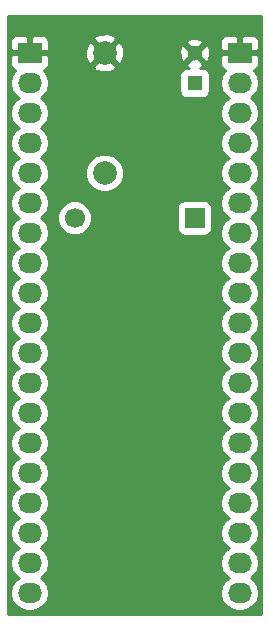
<source format=gbr>
G04 #@! TF.FileFunction,Copper,L2,Bot,Signal*
%FSLAX46Y46*%
G04 Gerber Fmt 4.6, Leading zero omitted, Abs format (unit mm)*
G04 Created by KiCad (PCBNEW 4.0.3+e1-6302~38~ubuntu16.04.1-stable) date Thu Aug 25 17:10:37 2016*
%MOMM*%
%LPD*%
G01*
G04 APERTURE LIST*
%ADD10C,0.100000*%
%ADD11R,1.300000X1.300000*%
%ADD12C,1.300000*%
%ADD13C,1.998980*%
%ADD14C,1.699260*%
%ADD15R,1.699260X1.699260*%
%ADD16R,2.032000X1.727200*%
%ADD17O,2.032000X1.727200*%
%ADD18C,0.254000*%
G04 APERTURE END LIST*
D10*
D11*
X144780000Y-107950000D03*
D12*
X144780000Y-105450000D03*
D13*
X137160000Y-115570000D03*
X137160000Y-105410000D03*
D14*
X134619480Y-119382540D03*
D15*
X144779480Y-119382540D03*
D16*
X148590000Y-105410000D03*
D17*
X148590000Y-107950000D03*
X148590000Y-110490000D03*
X148590000Y-113030000D03*
X148590000Y-115570000D03*
X148590000Y-118110000D03*
X148590000Y-120650000D03*
X148590000Y-123190000D03*
X148590000Y-125730000D03*
X148590000Y-128270000D03*
X148590000Y-130810000D03*
X148590000Y-133350000D03*
X148590000Y-135890000D03*
X148590000Y-138430000D03*
X148590000Y-140970000D03*
X148590000Y-143510000D03*
X148590000Y-146050000D03*
X148590000Y-148590000D03*
X148590000Y-151130000D03*
D16*
X130810000Y-105410000D03*
D17*
X130810000Y-107950000D03*
X130810000Y-110490000D03*
X130810000Y-113030000D03*
X130810000Y-115570000D03*
X130810000Y-118110000D03*
X130810000Y-120650000D03*
X130810000Y-123190000D03*
X130810000Y-125730000D03*
X130810000Y-128270000D03*
X130810000Y-130810000D03*
X130810000Y-133350000D03*
X130810000Y-135890000D03*
X130810000Y-138430000D03*
X130810000Y-140970000D03*
X130810000Y-143510000D03*
X130810000Y-146050000D03*
X130810000Y-148590000D03*
X130810000Y-151130000D03*
D18*
G36*
X150420000Y-152960000D02*
X128980000Y-152960000D01*
X128980000Y-107950000D01*
X129126655Y-107950000D01*
X129240729Y-108523489D01*
X129565585Y-109009670D01*
X129880366Y-109220000D01*
X129565585Y-109430330D01*
X129240729Y-109916511D01*
X129126655Y-110490000D01*
X129240729Y-111063489D01*
X129565585Y-111549670D01*
X129880366Y-111760000D01*
X129565585Y-111970330D01*
X129240729Y-112456511D01*
X129126655Y-113030000D01*
X129240729Y-113603489D01*
X129565585Y-114089670D01*
X129880366Y-114300000D01*
X129565585Y-114510330D01*
X129240729Y-114996511D01*
X129126655Y-115570000D01*
X129240729Y-116143489D01*
X129565585Y-116629670D01*
X129880366Y-116840000D01*
X129565585Y-117050330D01*
X129240729Y-117536511D01*
X129126655Y-118110000D01*
X129240729Y-118683489D01*
X129565585Y-119169670D01*
X129880366Y-119380000D01*
X129565585Y-119590330D01*
X129240729Y-120076511D01*
X129126655Y-120650000D01*
X129240729Y-121223489D01*
X129565585Y-121709670D01*
X129880366Y-121920000D01*
X129565585Y-122130330D01*
X129240729Y-122616511D01*
X129126655Y-123190000D01*
X129240729Y-123763489D01*
X129565585Y-124249670D01*
X129880366Y-124460000D01*
X129565585Y-124670330D01*
X129240729Y-125156511D01*
X129126655Y-125730000D01*
X129240729Y-126303489D01*
X129565585Y-126789670D01*
X129880366Y-127000000D01*
X129565585Y-127210330D01*
X129240729Y-127696511D01*
X129126655Y-128270000D01*
X129240729Y-128843489D01*
X129565585Y-129329670D01*
X129880366Y-129540000D01*
X129565585Y-129750330D01*
X129240729Y-130236511D01*
X129126655Y-130810000D01*
X129240729Y-131383489D01*
X129565585Y-131869670D01*
X129880366Y-132080000D01*
X129565585Y-132290330D01*
X129240729Y-132776511D01*
X129126655Y-133350000D01*
X129240729Y-133923489D01*
X129565585Y-134409670D01*
X129880366Y-134620000D01*
X129565585Y-134830330D01*
X129240729Y-135316511D01*
X129126655Y-135890000D01*
X129240729Y-136463489D01*
X129565585Y-136949670D01*
X129880366Y-137160000D01*
X129565585Y-137370330D01*
X129240729Y-137856511D01*
X129126655Y-138430000D01*
X129240729Y-139003489D01*
X129565585Y-139489670D01*
X129880366Y-139700000D01*
X129565585Y-139910330D01*
X129240729Y-140396511D01*
X129126655Y-140970000D01*
X129240729Y-141543489D01*
X129565585Y-142029670D01*
X129880366Y-142240000D01*
X129565585Y-142450330D01*
X129240729Y-142936511D01*
X129126655Y-143510000D01*
X129240729Y-144083489D01*
X129565585Y-144569670D01*
X129880366Y-144780000D01*
X129565585Y-144990330D01*
X129240729Y-145476511D01*
X129126655Y-146050000D01*
X129240729Y-146623489D01*
X129565585Y-147109670D01*
X129880366Y-147320000D01*
X129565585Y-147530330D01*
X129240729Y-148016511D01*
X129126655Y-148590000D01*
X129240729Y-149163489D01*
X129565585Y-149649670D01*
X129880366Y-149860000D01*
X129565585Y-150070330D01*
X129240729Y-150556511D01*
X129126655Y-151130000D01*
X129240729Y-151703489D01*
X129565585Y-152189670D01*
X130051766Y-152514526D01*
X130625255Y-152628600D01*
X130994745Y-152628600D01*
X131568234Y-152514526D01*
X132054415Y-152189670D01*
X132379271Y-151703489D01*
X132493345Y-151130000D01*
X132379271Y-150556511D01*
X132054415Y-150070330D01*
X131739634Y-149860000D01*
X132054415Y-149649670D01*
X132379271Y-149163489D01*
X132493345Y-148590000D01*
X132379271Y-148016511D01*
X132054415Y-147530330D01*
X131739634Y-147320000D01*
X132054415Y-147109670D01*
X132379271Y-146623489D01*
X132493345Y-146050000D01*
X132379271Y-145476511D01*
X132054415Y-144990330D01*
X131739634Y-144780000D01*
X132054415Y-144569670D01*
X132379271Y-144083489D01*
X132493345Y-143510000D01*
X132379271Y-142936511D01*
X132054415Y-142450330D01*
X131739634Y-142240000D01*
X132054415Y-142029670D01*
X132379271Y-141543489D01*
X132493345Y-140970000D01*
X132379271Y-140396511D01*
X132054415Y-139910330D01*
X131739634Y-139700000D01*
X132054415Y-139489670D01*
X132379271Y-139003489D01*
X132493345Y-138430000D01*
X132379271Y-137856511D01*
X132054415Y-137370330D01*
X131739634Y-137160000D01*
X132054415Y-136949670D01*
X132379271Y-136463489D01*
X132493345Y-135890000D01*
X132379271Y-135316511D01*
X132054415Y-134830330D01*
X131739634Y-134620000D01*
X132054415Y-134409670D01*
X132379271Y-133923489D01*
X132493345Y-133350000D01*
X132379271Y-132776511D01*
X132054415Y-132290330D01*
X131739634Y-132080000D01*
X132054415Y-131869670D01*
X132379271Y-131383489D01*
X132493345Y-130810000D01*
X132379271Y-130236511D01*
X132054415Y-129750330D01*
X131739634Y-129540000D01*
X132054415Y-129329670D01*
X132379271Y-128843489D01*
X132493345Y-128270000D01*
X132379271Y-127696511D01*
X132054415Y-127210330D01*
X131739634Y-127000000D01*
X132054415Y-126789670D01*
X132379271Y-126303489D01*
X132493345Y-125730000D01*
X132379271Y-125156511D01*
X132054415Y-124670330D01*
X131739634Y-124460000D01*
X132054415Y-124249670D01*
X132379271Y-123763489D01*
X132493345Y-123190000D01*
X132379271Y-122616511D01*
X132054415Y-122130330D01*
X131739634Y-121920000D01*
X132054415Y-121709670D01*
X132379271Y-121223489D01*
X132493345Y-120650000D01*
X132379271Y-120076511D01*
X132112030Y-119676556D01*
X133134592Y-119676556D01*
X133360138Y-120222417D01*
X133777406Y-120640414D01*
X134322873Y-120866912D01*
X134913496Y-120867428D01*
X135459357Y-120641882D01*
X135877354Y-120224614D01*
X136103852Y-119679147D01*
X136104368Y-119088524D01*
X135878822Y-118542663D01*
X135869087Y-118532910D01*
X143282410Y-118532910D01*
X143282410Y-120232170D01*
X143326688Y-120467487D01*
X143465760Y-120683611D01*
X143677960Y-120828601D01*
X143929850Y-120879610D01*
X145629110Y-120879610D01*
X145864427Y-120835332D01*
X146080551Y-120696260D01*
X146225541Y-120484060D01*
X146276550Y-120232170D01*
X146276550Y-118532910D01*
X146232272Y-118297593D01*
X146093200Y-118081469D01*
X145881000Y-117936479D01*
X145629110Y-117885470D01*
X143929850Y-117885470D01*
X143694533Y-117929748D01*
X143478409Y-118068820D01*
X143333419Y-118281020D01*
X143282410Y-118532910D01*
X135869087Y-118532910D01*
X135461554Y-118124666D01*
X134916087Y-117898168D01*
X134325464Y-117897652D01*
X133779603Y-118123198D01*
X133361606Y-118540466D01*
X133135108Y-119085933D01*
X133134592Y-119676556D01*
X132112030Y-119676556D01*
X132054415Y-119590330D01*
X131739634Y-119380000D01*
X132054415Y-119169670D01*
X132379271Y-118683489D01*
X132493345Y-118110000D01*
X132379271Y-117536511D01*
X132054415Y-117050330D01*
X131739634Y-116840000D01*
X132054415Y-116629670D01*
X132379271Y-116143489D01*
X132428958Y-115893694D01*
X135525226Y-115893694D01*
X135773538Y-116494655D01*
X136232927Y-116954846D01*
X136833453Y-117204206D01*
X137483694Y-117204774D01*
X138084655Y-116956462D01*
X138544846Y-116497073D01*
X138794206Y-115896547D01*
X138794774Y-115246306D01*
X138546462Y-114645345D01*
X138087073Y-114185154D01*
X137486547Y-113935794D01*
X136836306Y-113935226D01*
X136235345Y-114183538D01*
X135775154Y-114642927D01*
X135525794Y-115243453D01*
X135525226Y-115893694D01*
X132428958Y-115893694D01*
X132493345Y-115570000D01*
X132379271Y-114996511D01*
X132054415Y-114510330D01*
X131739634Y-114300000D01*
X132054415Y-114089670D01*
X132379271Y-113603489D01*
X132493345Y-113030000D01*
X132379271Y-112456511D01*
X132054415Y-111970330D01*
X131739634Y-111760000D01*
X132054415Y-111549670D01*
X132379271Y-111063489D01*
X132493345Y-110490000D01*
X132379271Y-109916511D01*
X132054415Y-109430330D01*
X131739634Y-109220000D01*
X132054415Y-109009670D01*
X132379271Y-108523489D01*
X132493345Y-107950000D01*
X132379271Y-107376511D01*
X132328148Y-107300000D01*
X143482560Y-107300000D01*
X143482560Y-108600000D01*
X143526838Y-108835317D01*
X143665910Y-109051441D01*
X143878110Y-109196431D01*
X144130000Y-109247440D01*
X145430000Y-109247440D01*
X145665317Y-109203162D01*
X145881441Y-109064090D01*
X146026431Y-108851890D01*
X146077440Y-108600000D01*
X146077440Y-107950000D01*
X146906655Y-107950000D01*
X147020729Y-108523489D01*
X147345585Y-109009670D01*
X147660366Y-109220000D01*
X147345585Y-109430330D01*
X147020729Y-109916511D01*
X146906655Y-110490000D01*
X147020729Y-111063489D01*
X147345585Y-111549670D01*
X147660366Y-111760000D01*
X147345585Y-111970330D01*
X147020729Y-112456511D01*
X146906655Y-113030000D01*
X147020729Y-113603489D01*
X147345585Y-114089670D01*
X147660366Y-114300000D01*
X147345585Y-114510330D01*
X147020729Y-114996511D01*
X146906655Y-115570000D01*
X147020729Y-116143489D01*
X147345585Y-116629670D01*
X147660366Y-116840000D01*
X147345585Y-117050330D01*
X147020729Y-117536511D01*
X146906655Y-118110000D01*
X147020729Y-118683489D01*
X147345585Y-119169670D01*
X147660366Y-119380000D01*
X147345585Y-119590330D01*
X147020729Y-120076511D01*
X146906655Y-120650000D01*
X147020729Y-121223489D01*
X147345585Y-121709670D01*
X147660366Y-121920000D01*
X147345585Y-122130330D01*
X147020729Y-122616511D01*
X146906655Y-123190000D01*
X147020729Y-123763489D01*
X147345585Y-124249670D01*
X147660366Y-124460000D01*
X147345585Y-124670330D01*
X147020729Y-125156511D01*
X146906655Y-125730000D01*
X147020729Y-126303489D01*
X147345585Y-126789670D01*
X147660366Y-127000000D01*
X147345585Y-127210330D01*
X147020729Y-127696511D01*
X146906655Y-128270000D01*
X147020729Y-128843489D01*
X147345585Y-129329670D01*
X147660366Y-129540000D01*
X147345585Y-129750330D01*
X147020729Y-130236511D01*
X146906655Y-130810000D01*
X147020729Y-131383489D01*
X147345585Y-131869670D01*
X147660366Y-132080000D01*
X147345585Y-132290330D01*
X147020729Y-132776511D01*
X146906655Y-133350000D01*
X147020729Y-133923489D01*
X147345585Y-134409670D01*
X147660366Y-134620000D01*
X147345585Y-134830330D01*
X147020729Y-135316511D01*
X146906655Y-135890000D01*
X147020729Y-136463489D01*
X147345585Y-136949670D01*
X147660366Y-137160000D01*
X147345585Y-137370330D01*
X147020729Y-137856511D01*
X146906655Y-138430000D01*
X147020729Y-139003489D01*
X147345585Y-139489670D01*
X147660366Y-139700000D01*
X147345585Y-139910330D01*
X147020729Y-140396511D01*
X146906655Y-140970000D01*
X147020729Y-141543489D01*
X147345585Y-142029670D01*
X147660366Y-142240000D01*
X147345585Y-142450330D01*
X147020729Y-142936511D01*
X146906655Y-143510000D01*
X147020729Y-144083489D01*
X147345585Y-144569670D01*
X147660366Y-144780000D01*
X147345585Y-144990330D01*
X147020729Y-145476511D01*
X146906655Y-146050000D01*
X147020729Y-146623489D01*
X147345585Y-147109670D01*
X147660366Y-147320000D01*
X147345585Y-147530330D01*
X147020729Y-148016511D01*
X146906655Y-148590000D01*
X147020729Y-149163489D01*
X147345585Y-149649670D01*
X147660366Y-149860000D01*
X147345585Y-150070330D01*
X147020729Y-150556511D01*
X146906655Y-151130000D01*
X147020729Y-151703489D01*
X147345585Y-152189670D01*
X147831766Y-152514526D01*
X148405255Y-152628600D01*
X148774745Y-152628600D01*
X149348234Y-152514526D01*
X149834415Y-152189670D01*
X150159271Y-151703489D01*
X150273345Y-151130000D01*
X150159271Y-150556511D01*
X149834415Y-150070330D01*
X149519634Y-149860000D01*
X149834415Y-149649670D01*
X150159271Y-149163489D01*
X150273345Y-148590000D01*
X150159271Y-148016511D01*
X149834415Y-147530330D01*
X149519634Y-147320000D01*
X149834415Y-147109670D01*
X150159271Y-146623489D01*
X150273345Y-146050000D01*
X150159271Y-145476511D01*
X149834415Y-144990330D01*
X149519634Y-144780000D01*
X149834415Y-144569670D01*
X150159271Y-144083489D01*
X150273345Y-143510000D01*
X150159271Y-142936511D01*
X149834415Y-142450330D01*
X149519634Y-142240000D01*
X149834415Y-142029670D01*
X150159271Y-141543489D01*
X150273345Y-140970000D01*
X150159271Y-140396511D01*
X149834415Y-139910330D01*
X149519634Y-139700000D01*
X149834415Y-139489670D01*
X150159271Y-139003489D01*
X150273345Y-138430000D01*
X150159271Y-137856511D01*
X149834415Y-137370330D01*
X149519634Y-137160000D01*
X149834415Y-136949670D01*
X150159271Y-136463489D01*
X150273345Y-135890000D01*
X150159271Y-135316511D01*
X149834415Y-134830330D01*
X149519634Y-134620000D01*
X149834415Y-134409670D01*
X150159271Y-133923489D01*
X150273345Y-133350000D01*
X150159271Y-132776511D01*
X149834415Y-132290330D01*
X149519634Y-132080000D01*
X149834415Y-131869670D01*
X150159271Y-131383489D01*
X150273345Y-130810000D01*
X150159271Y-130236511D01*
X149834415Y-129750330D01*
X149519634Y-129540000D01*
X149834415Y-129329670D01*
X150159271Y-128843489D01*
X150273345Y-128270000D01*
X150159271Y-127696511D01*
X149834415Y-127210330D01*
X149519634Y-127000000D01*
X149834415Y-126789670D01*
X150159271Y-126303489D01*
X150273345Y-125730000D01*
X150159271Y-125156511D01*
X149834415Y-124670330D01*
X149519634Y-124460000D01*
X149834415Y-124249670D01*
X150159271Y-123763489D01*
X150273345Y-123190000D01*
X150159271Y-122616511D01*
X149834415Y-122130330D01*
X149519634Y-121920000D01*
X149834415Y-121709670D01*
X150159271Y-121223489D01*
X150273345Y-120650000D01*
X150159271Y-120076511D01*
X149834415Y-119590330D01*
X149519634Y-119380000D01*
X149834415Y-119169670D01*
X150159271Y-118683489D01*
X150273345Y-118110000D01*
X150159271Y-117536511D01*
X149834415Y-117050330D01*
X149519634Y-116840000D01*
X149834415Y-116629670D01*
X150159271Y-116143489D01*
X150273345Y-115570000D01*
X150159271Y-114996511D01*
X149834415Y-114510330D01*
X149519634Y-114300000D01*
X149834415Y-114089670D01*
X150159271Y-113603489D01*
X150273345Y-113030000D01*
X150159271Y-112456511D01*
X149834415Y-111970330D01*
X149519634Y-111760000D01*
X149834415Y-111549670D01*
X150159271Y-111063489D01*
X150273345Y-110490000D01*
X150159271Y-109916511D01*
X149834415Y-109430330D01*
X149519634Y-109220000D01*
X149834415Y-109009670D01*
X150159271Y-108523489D01*
X150273345Y-107950000D01*
X150159271Y-107376511D01*
X149834415Y-106890330D01*
X149812220Y-106875500D01*
X149965699Y-106811927D01*
X150144327Y-106633298D01*
X150241000Y-106399909D01*
X150241000Y-105695750D01*
X150082250Y-105537000D01*
X148717000Y-105537000D01*
X148717000Y-105557000D01*
X148463000Y-105557000D01*
X148463000Y-105537000D01*
X147097750Y-105537000D01*
X146939000Y-105695750D01*
X146939000Y-106399909D01*
X147035673Y-106633298D01*
X147214301Y-106811927D01*
X147367780Y-106875500D01*
X147345585Y-106890330D01*
X147020729Y-107376511D01*
X146906655Y-107950000D01*
X146077440Y-107950000D01*
X146077440Y-107300000D01*
X146033162Y-107064683D01*
X145894090Y-106848559D01*
X145681890Y-106703569D01*
X145430000Y-106652560D01*
X145267615Y-106652560D01*
X145443729Y-106579611D01*
X145499410Y-106349016D01*
X144780000Y-105629605D01*
X144060590Y-106349016D01*
X144116271Y-106579611D01*
X144325902Y-106652560D01*
X144130000Y-106652560D01*
X143894683Y-106696838D01*
X143678559Y-106835910D01*
X143533569Y-107048110D01*
X143482560Y-107300000D01*
X132328148Y-107300000D01*
X132054415Y-106890330D01*
X132032220Y-106875500D01*
X132185699Y-106811927D01*
X132364327Y-106633298D01*
X132393792Y-106562163D01*
X136187443Y-106562163D01*
X136286042Y-106828965D01*
X136895582Y-107055401D01*
X137545377Y-107031341D01*
X138033958Y-106828965D01*
X138132557Y-106562163D01*
X137160000Y-105589605D01*
X136187443Y-106562163D01*
X132393792Y-106562163D01*
X132461000Y-106399909D01*
X132461000Y-105695750D01*
X132302250Y-105537000D01*
X130937000Y-105537000D01*
X130937000Y-105557000D01*
X130683000Y-105557000D01*
X130683000Y-105537000D01*
X129317750Y-105537000D01*
X129159000Y-105695750D01*
X129159000Y-106399909D01*
X129255673Y-106633298D01*
X129434301Y-106811927D01*
X129587780Y-106875500D01*
X129565585Y-106890330D01*
X129240729Y-107376511D01*
X129126655Y-107950000D01*
X128980000Y-107950000D01*
X128980000Y-104420091D01*
X129159000Y-104420091D01*
X129159000Y-105124250D01*
X129317750Y-105283000D01*
X130683000Y-105283000D01*
X130683000Y-104070150D01*
X130937000Y-104070150D01*
X130937000Y-105283000D01*
X132302250Y-105283000D01*
X132439668Y-105145582D01*
X135514599Y-105145582D01*
X135538659Y-105795377D01*
X135741035Y-106283958D01*
X136007837Y-106382557D01*
X136980395Y-105410000D01*
X137339605Y-105410000D01*
X138312163Y-106382557D01*
X138578965Y-106283958D01*
X138805401Y-105674418D01*
X138790393Y-105269078D01*
X143482378Y-105269078D01*
X143511917Y-105779428D01*
X143650389Y-106113729D01*
X143880984Y-106169410D01*
X144600395Y-105450000D01*
X144959605Y-105450000D01*
X145679016Y-106169410D01*
X145909611Y-106113729D01*
X146077622Y-105630922D01*
X146048083Y-105120572D01*
X145909611Y-104786271D01*
X145679016Y-104730590D01*
X144959605Y-105450000D01*
X144600395Y-105450000D01*
X143880984Y-104730590D01*
X143650389Y-104786271D01*
X143482378Y-105269078D01*
X138790393Y-105269078D01*
X138781341Y-105024623D01*
X138585155Y-104550984D01*
X144060590Y-104550984D01*
X144780000Y-105270395D01*
X145499410Y-104550984D01*
X145467804Y-104420091D01*
X146939000Y-104420091D01*
X146939000Y-105124250D01*
X147097750Y-105283000D01*
X148463000Y-105283000D01*
X148463000Y-104070150D01*
X148717000Y-104070150D01*
X148717000Y-105283000D01*
X150082250Y-105283000D01*
X150241000Y-105124250D01*
X150241000Y-104420091D01*
X150144327Y-104186702D01*
X149965699Y-104008073D01*
X149732310Y-103911400D01*
X148875750Y-103911400D01*
X148717000Y-104070150D01*
X148463000Y-104070150D01*
X148304250Y-103911400D01*
X147447690Y-103911400D01*
X147214301Y-104008073D01*
X147035673Y-104186702D01*
X146939000Y-104420091D01*
X145467804Y-104420091D01*
X145443729Y-104320389D01*
X144960922Y-104152378D01*
X144450572Y-104181917D01*
X144116271Y-104320389D01*
X144060590Y-104550984D01*
X138585155Y-104550984D01*
X138578965Y-104536042D01*
X138312163Y-104437443D01*
X137339605Y-105410000D01*
X136980395Y-105410000D01*
X136007837Y-104437443D01*
X135741035Y-104536042D01*
X135514599Y-105145582D01*
X132439668Y-105145582D01*
X132461000Y-105124250D01*
X132461000Y-104420091D01*
X132393793Y-104257837D01*
X136187443Y-104257837D01*
X137160000Y-105230395D01*
X138132557Y-104257837D01*
X138033958Y-103991035D01*
X137424418Y-103764599D01*
X136774623Y-103788659D01*
X136286042Y-103991035D01*
X136187443Y-104257837D01*
X132393793Y-104257837D01*
X132364327Y-104186702D01*
X132185699Y-104008073D01*
X131952310Y-103911400D01*
X131095750Y-103911400D01*
X130937000Y-104070150D01*
X130683000Y-104070150D01*
X130524250Y-103911400D01*
X129667690Y-103911400D01*
X129434301Y-104008073D01*
X129255673Y-104186702D01*
X129159000Y-104420091D01*
X128980000Y-104420091D01*
X128980000Y-102310000D01*
X150420000Y-102310000D01*
X150420000Y-152960000D01*
X150420000Y-152960000D01*
G37*
X150420000Y-152960000D02*
X128980000Y-152960000D01*
X128980000Y-107950000D01*
X129126655Y-107950000D01*
X129240729Y-108523489D01*
X129565585Y-109009670D01*
X129880366Y-109220000D01*
X129565585Y-109430330D01*
X129240729Y-109916511D01*
X129126655Y-110490000D01*
X129240729Y-111063489D01*
X129565585Y-111549670D01*
X129880366Y-111760000D01*
X129565585Y-111970330D01*
X129240729Y-112456511D01*
X129126655Y-113030000D01*
X129240729Y-113603489D01*
X129565585Y-114089670D01*
X129880366Y-114300000D01*
X129565585Y-114510330D01*
X129240729Y-114996511D01*
X129126655Y-115570000D01*
X129240729Y-116143489D01*
X129565585Y-116629670D01*
X129880366Y-116840000D01*
X129565585Y-117050330D01*
X129240729Y-117536511D01*
X129126655Y-118110000D01*
X129240729Y-118683489D01*
X129565585Y-119169670D01*
X129880366Y-119380000D01*
X129565585Y-119590330D01*
X129240729Y-120076511D01*
X129126655Y-120650000D01*
X129240729Y-121223489D01*
X129565585Y-121709670D01*
X129880366Y-121920000D01*
X129565585Y-122130330D01*
X129240729Y-122616511D01*
X129126655Y-123190000D01*
X129240729Y-123763489D01*
X129565585Y-124249670D01*
X129880366Y-124460000D01*
X129565585Y-124670330D01*
X129240729Y-125156511D01*
X129126655Y-125730000D01*
X129240729Y-126303489D01*
X129565585Y-126789670D01*
X129880366Y-127000000D01*
X129565585Y-127210330D01*
X129240729Y-127696511D01*
X129126655Y-128270000D01*
X129240729Y-128843489D01*
X129565585Y-129329670D01*
X129880366Y-129540000D01*
X129565585Y-129750330D01*
X129240729Y-130236511D01*
X129126655Y-130810000D01*
X129240729Y-131383489D01*
X129565585Y-131869670D01*
X129880366Y-132080000D01*
X129565585Y-132290330D01*
X129240729Y-132776511D01*
X129126655Y-133350000D01*
X129240729Y-133923489D01*
X129565585Y-134409670D01*
X129880366Y-134620000D01*
X129565585Y-134830330D01*
X129240729Y-135316511D01*
X129126655Y-135890000D01*
X129240729Y-136463489D01*
X129565585Y-136949670D01*
X129880366Y-137160000D01*
X129565585Y-137370330D01*
X129240729Y-137856511D01*
X129126655Y-138430000D01*
X129240729Y-139003489D01*
X129565585Y-139489670D01*
X129880366Y-139700000D01*
X129565585Y-139910330D01*
X129240729Y-140396511D01*
X129126655Y-140970000D01*
X129240729Y-141543489D01*
X129565585Y-142029670D01*
X129880366Y-142240000D01*
X129565585Y-142450330D01*
X129240729Y-142936511D01*
X129126655Y-143510000D01*
X129240729Y-144083489D01*
X129565585Y-144569670D01*
X129880366Y-144780000D01*
X129565585Y-144990330D01*
X129240729Y-145476511D01*
X129126655Y-146050000D01*
X129240729Y-146623489D01*
X129565585Y-147109670D01*
X129880366Y-147320000D01*
X129565585Y-147530330D01*
X129240729Y-148016511D01*
X129126655Y-148590000D01*
X129240729Y-149163489D01*
X129565585Y-149649670D01*
X129880366Y-149860000D01*
X129565585Y-150070330D01*
X129240729Y-150556511D01*
X129126655Y-151130000D01*
X129240729Y-151703489D01*
X129565585Y-152189670D01*
X130051766Y-152514526D01*
X130625255Y-152628600D01*
X130994745Y-152628600D01*
X131568234Y-152514526D01*
X132054415Y-152189670D01*
X132379271Y-151703489D01*
X132493345Y-151130000D01*
X132379271Y-150556511D01*
X132054415Y-150070330D01*
X131739634Y-149860000D01*
X132054415Y-149649670D01*
X132379271Y-149163489D01*
X132493345Y-148590000D01*
X132379271Y-148016511D01*
X132054415Y-147530330D01*
X131739634Y-147320000D01*
X132054415Y-147109670D01*
X132379271Y-146623489D01*
X132493345Y-146050000D01*
X132379271Y-145476511D01*
X132054415Y-144990330D01*
X131739634Y-144780000D01*
X132054415Y-144569670D01*
X132379271Y-144083489D01*
X132493345Y-143510000D01*
X132379271Y-142936511D01*
X132054415Y-142450330D01*
X131739634Y-142240000D01*
X132054415Y-142029670D01*
X132379271Y-141543489D01*
X132493345Y-140970000D01*
X132379271Y-140396511D01*
X132054415Y-139910330D01*
X131739634Y-139700000D01*
X132054415Y-139489670D01*
X132379271Y-139003489D01*
X132493345Y-138430000D01*
X132379271Y-137856511D01*
X132054415Y-137370330D01*
X131739634Y-137160000D01*
X132054415Y-136949670D01*
X132379271Y-136463489D01*
X132493345Y-135890000D01*
X132379271Y-135316511D01*
X132054415Y-134830330D01*
X131739634Y-134620000D01*
X132054415Y-134409670D01*
X132379271Y-133923489D01*
X132493345Y-133350000D01*
X132379271Y-132776511D01*
X132054415Y-132290330D01*
X131739634Y-132080000D01*
X132054415Y-131869670D01*
X132379271Y-131383489D01*
X132493345Y-130810000D01*
X132379271Y-130236511D01*
X132054415Y-129750330D01*
X131739634Y-129540000D01*
X132054415Y-129329670D01*
X132379271Y-128843489D01*
X132493345Y-128270000D01*
X132379271Y-127696511D01*
X132054415Y-127210330D01*
X131739634Y-127000000D01*
X132054415Y-126789670D01*
X132379271Y-126303489D01*
X132493345Y-125730000D01*
X132379271Y-125156511D01*
X132054415Y-124670330D01*
X131739634Y-124460000D01*
X132054415Y-124249670D01*
X132379271Y-123763489D01*
X132493345Y-123190000D01*
X132379271Y-122616511D01*
X132054415Y-122130330D01*
X131739634Y-121920000D01*
X132054415Y-121709670D01*
X132379271Y-121223489D01*
X132493345Y-120650000D01*
X132379271Y-120076511D01*
X132112030Y-119676556D01*
X133134592Y-119676556D01*
X133360138Y-120222417D01*
X133777406Y-120640414D01*
X134322873Y-120866912D01*
X134913496Y-120867428D01*
X135459357Y-120641882D01*
X135877354Y-120224614D01*
X136103852Y-119679147D01*
X136104368Y-119088524D01*
X135878822Y-118542663D01*
X135869087Y-118532910D01*
X143282410Y-118532910D01*
X143282410Y-120232170D01*
X143326688Y-120467487D01*
X143465760Y-120683611D01*
X143677960Y-120828601D01*
X143929850Y-120879610D01*
X145629110Y-120879610D01*
X145864427Y-120835332D01*
X146080551Y-120696260D01*
X146225541Y-120484060D01*
X146276550Y-120232170D01*
X146276550Y-118532910D01*
X146232272Y-118297593D01*
X146093200Y-118081469D01*
X145881000Y-117936479D01*
X145629110Y-117885470D01*
X143929850Y-117885470D01*
X143694533Y-117929748D01*
X143478409Y-118068820D01*
X143333419Y-118281020D01*
X143282410Y-118532910D01*
X135869087Y-118532910D01*
X135461554Y-118124666D01*
X134916087Y-117898168D01*
X134325464Y-117897652D01*
X133779603Y-118123198D01*
X133361606Y-118540466D01*
X133135108Y-119085933D01*
X133134592Y-119676556D01*
X132112030Y-119676556D01*
X132054415Y-119590330D01*
X131739634Y-119380000D01*
X132054415Y-119169670D01*
X132379271Y-118683489D01*
X132493345Y-118110000D01*
X132379271Y-117536511D01*
X132054415Y-117050330D01*
X131739634Y-116840000D01*
X132054415Y-116629670D01*
X132379271Y-116143489D01*
X132428958Y-115893694D01*
X135525226Y-115893694D01*
X135773538Y-116494655D01*
X136232927Y-116954846D01*
X136833453Y-117204206D01*
X137483694Y-117204774D01*
X138084655Y-116956462D01*
X138544846Y-116497073D01*
X138794206Y-115896547D01*
X138794774Y-115246306D01*
X138546462Y-114645345D01*
X138087073Y-114185154D01*
X137486547Y-113935794D01*
X136836306Y-113935226D01*
X136235345Y-114183538D01*
X135775154Y-114642927D01*
X135525794Y-115243453D01*
X135525226Y-115893694D01*
X132428958Y-115893694D01*
X132493345Y-115570000D01*
X132379271Y-114996511D01*
X132054415Y-114510330D01*
X131739634Y-114300000D01*
X132054415Y-114089670D01*
X132379271Y-113603489D01*
X132493345Y-113030000D01*
X132379271Y-112456511D01*
X132054415Y-111970330D01*
X131739634Y-111760000D01*
X132054415Y-111549670D01*
X132379271Y-111063489D01*
X132493345Y-110490000D01*
X132379271Y-109916511D01*
X132054415Y-109430330D01*
X131739634Y-109220000D01*
X132054415Y-109009670D01*
X132379271Y-108523489D01*
X132493345Y-107950000D01*
X132379271Y-107376511D01*
X132328148Y-107300000D01*
X143482560Y-107300000D01*
X143482560Y-108600000D01*
X143526838Y-108835317D01*
X143665910Y-109051441D01*
X143878110Y-109196431D01*
X144130000Y-109247440D01*
X145430000Y-109247440D01*
X145665317Y-109203162D01*
X145881441Y-109064090D01*
X146026431Y-108851890D01*
X146077440Y-108600000D01*
X146077440Y-107950000D01*
X146906655Y-107950000D01*
X147020729Y-108523489D01*
X147345585Y-109009670D01*
X147660366Y-109220000D01*
X147345585Y-109430330D01*
X147020729Y-109916511D01*
X146906655Y-110490000D01*
X147020729Y-111063489D01*
X147345585Y-111549670D01*
X147660366Y-111760000D01*
X147345585Y-111970330D01*
X147020729Y-112456511D01*
X146906655Y-113030000D01*
X147020729Y-113603489D01*
X147345585Y-114089670D01*
X147660366Y-114300000D01*
X147345585Y-114510330D01*
X147020729Y-114996511D01*
X146906655Y-115570000D01*
X147020729Y-116143489D01*
X147345585Y-116629670D01*
X147660366Y-116840000D01*
X147345585Y-117050330D01*
X147020729Y-117536511D01*
X146906655Y-118110000D01*
X147020729Y-118683489D01*
X147345585Y-119169670D01*
X147660366Y-119380000D01*
X147345585Y-119590330D01*
X147020729Y-120076511D01*
X146906655Y-120650000D01*
X147020729Y-121223489D01*
X147345585Y-121709670D01*
X147660366Y-121920000D01*
X147345585Y-122130330D01*
X147020729Y-122616511D01*
X146906655Y-123190000D01*
X147020729Y-123763489D01*
X147345585Y-124249670D01*
X147660366Y-124460000D01*
X147345585Y-124670330D01*
X147020729Y-125156511D01*
X146906655Y-125730000D01*
X147020729Y-126303489D01*
X147345585Y-126789670D01*
X147660366Y-127000000D01*
X147345585Y-127210330D01*
X147020729Y-127696511D01*
X146906655Y-128270000D01*
X147020729Y-128843489D01*
X147345585Y-129329670D01*
X147660366Y-129540000D01*
X147345585Y-129750330D01*
X147020729Y-130236511D01*
X146906655Y-130810000D01*
X147020729Y-131383489D01*
X147345585Y-131869670D01*
X147660366Y-132080000D01*
X147345585Y-132290330D01*
X147020729Y-132776511D01*
X146906655Y-133350000D01*
X147020729Y-133923489D01*
X147345585Y-134409670D01*
X147660366Y-134620000D01*
X147345585Y-134830330D01*
X147020729Y-135316511D01*
X146906655Y-135890000D01*
X147020729Y-136463489D01*
X147345585Y-136949670D01*
X147660366Y-137160000D01*
X147345585Y-137370330D01*
X147020729Y-137856511D01*
X146906655Y-138430000D01*
X147020729Y-139003489D01*
X147345585Y-139489670D01*
X147660366Y-139700000D01*
X147345585Y-139910330D01*
X147020729Y-140396511D01*
X146906655Y-140970000D01*
X147020729Y-141543489D01*
X147345585Y-142029670D01*
X147660366Y-142240000D01*
X147345585Y-142450330D01*
X147020729Y-142936511D01*
X146906655Y-143510000D01*
X147020729Y-144083489D01*
X147345585Y-144569670D01*
X147660366Y-144780000D01*
X147345585Y-144990330D01*
X147020729Y-145476511D01*
X146906655Y-146050000D01*
X147020729Y-146623489D01*
X147345585Y-147109670D01*
X147660366Y-147320000D01*
X147345585Y-147530330D01*
X147020729Y-148016511D01*
X146906655Y-148590000D01*
X147020729Y-149163489D01*
X147345585Y-149649670D01*
X147660366Y-149860000D01*
X147345585Y-150070330D01*
X147020729Y-150556511D01*
X146906655Y-151130000D01*
X147020729Y-151703489D01*
X147345585Y-152189670D01*
X147831766Y-152514526D01*
X148405255Y-152628600D01*
X148774745Y-152628600D01*
X149348234Y-152514526D01*
X149834415Y-152189670D01*
X150159271Y-151703489D01*
X150273345Y-151130000D01*
X150159271Y-150556511D01*
X149834415Y-150070330D01*
X149519634Y-149860000D01*
X149834415Y-149649670D01*
X150159271Y-149163489D01*
X150273345Y-148590000D01*
X150159271Y-148016511D01*
X149834415Y-147530330D01*
X149519634Y-147320000D01*
X149834415Y-147109670D01*
X150159271Y-146623489D01*
X150273345Y-146050000D01*
X150159271Y-145476511D01*
X149834415Y-144990330D01*
X149519634Y-144780000D01*
X149834415Y-144569670D01*
X150159271Y-144083489D01*
X150273345Y-143510000D01*
X150159271Y-142936511D01*
X149834415Y-142450330D01*
X149519634Y-142240000D01*
X149834415Y-142029670D01*
X150159271Y-141543489D01*
X150273345Y-140970000D01*
X150159271Y-140396511D01*
X149834415Y-139910330D01*
X149519634Y-139700000D01*
X149834415Y-139489670D01*
X150159271Y-139003489D01*
X150273345Y-138430000D01*
X150159271Y-137856511D01*
X149834415Y-137370330D01*
X149519634Y-137160000D01*
X149834415Y-136949670D01*
X150159271Y-136463489D01*
X150273345Y-135890000D01*
X150159271Y-135316511D01*
X149834415Y-134830330D01*
X149519634Y-134620000D01*
X149834415Y-134409670D01*
X150159271Y-133923489D01*
X150273345Y-133350000D01*
X150159271Y-132776511D01*
X149834415Y-132290330D01*
X149519634Y-132080000D01*
X149834415Y-131869670D01*
X150159271Y-131383489D01*
X150273345Y-130810000D01*
X150159271Y-130236511D01*
X149834415Y-129750330D01*
X149519634Y-129540000D01*
X149834415Y-129329670D01*
X150159271Y-128843489D01*
X150273345Y-128270000D01*
X150159271Y-127696511D01*
X149834415Y-127210330D01*
X149519634Y-127000000D01*
X149834415Y-126789670D01*
X150159271Y-126303489D01*
X150273345Y-125730000D01*
X150159271Y-125156511D01*
X149834415Y-124670330D01*
X149519634Y-124460000D01*
X149834415Y-124249670D01*
X150159271Y-123763489D01*
X150273345Y-123190000D01*
X150159271Y-122616511D01*
X149834415Y-122130330D01*
X149519634Y-121920000D01*
X149834415Y-121709670D01*
X150159271Y-121223489D01*
X150273345Y-120650000D01*
X150159271Y-120076511D01*
X149834415Y-119590330D01*
X149519634Y-119380000D01*
X149834415Y-119169670D01*
X150159271Y-118683489D01*
X150273345Y-118110000D01*
X150159271Y-117536511D01*
X149834415Y-117050330D01*
X149519634Y-116840000D01*
X149834415Y-116629670D01*
X150159271Y-116143489D01*
X150273345Y-115570000D01*
X150159271Y-114996511D01*
X149834415Y-114510330D01*
X149519634Y-114300000D01*
X149834415Y-114089670D01*
X150159271Y-113603489D01*
X150273345Y-113030000D01*
X150159271Y-112456511D01*
X149834415Y-111970330D01*
X149519634Y-111760000D01*
X149834415Y-111549670D01*
X150159271Y-111063489D01*
X150273345Y-110490000D01*
X150159271Y-109916511D01*
X149834415Y-109430330D01*
X149519634Y-109220000D01*
X149834415Y-109009670D01*
X150159271Y-108523489D01*
X150273345Y-107950000D01*
X150159271Y-107376511D01*
X149834415Y-106890330D01*
X149812220Y-106875500D01*
X149965699Y-106811927D01*
X150144327Y-106633298D01*
X150241000Y-106399909D01*
X150241000Y-105695750D01*
X150082250Y-105537000D01*
X148717000Y-105537000D01*
X148717000Y-105557000D01*
X148463000Y-105557000D01*
X148463000Y-105537000D01*
X147097750Y-105537000D01*
X146939000Y-105695750D01*
X146939000Y-106399909D01*
X147035673Y-106633298D01*
X147214301Y-106811927D01*
X147367780Y-106875500D01*
X147345585Y-106890330D01*
X147020729Y-107376511D01*
X146906655Y-107950000D01*
X146077440Y-107950000D01*
X146077440Y-107300000D01*
X146033162Y-107064683D01*
X145894090Y-106848559D01*
X145681890Y-106703569D01*
X145430000Y-106652560D01*
X145267615Y-106652560D01*
X145443729Y-106579611D01*
X145499410Y-106349016D01*
X144780000Y-105629605D01*
X144060590Y-106349016D01*
X144116271Y-106579611D01*
X144325902Y-106652560D01*
X144130000Y-106652560D01*
X143894683Y-106696838D01*
X143678559Y-106835910D01*
X143533569Y-107048110D01*
X143482560Y-107300000D01*
X132328148Y-107300000D01*
X132054415Y-106890330D01*
X132032220Y-106875500D01*
X132185699Y-106811927D01*
X132364327Y-106633298D01*
X132393792Y-106562163D01*
X136187443Y-106562163D01*
X136286042Y-106828965D01*
X136895582Y-107055401D01*
X137545377Y-107031341D01*
X138033958Y-106828965D01*
X138132557Y-106562163D01*
X137160000Y-105589605D01*
X136187443Y-106562163D01*
X132393792Y-106562163D01*
X132461000Y-106399909D01*
X132461000Y-105695750D01*
X132302250Y-105537000D01*
X130937000Y-105537000D01*
X130937000Y-105557000D01*
X130683000Y-105557000D01*
X130683000Y-105537000D01*
X129317750Y-105537000D01*
X129159000Y-105695750D01*
X129159000Y-106399909D01*
X129255673Y-106633298D01*
X129434301Y-106811927D01*
X129587780Y-106875500D01*
X129565585Y-106890330D01*
X129240729Y-107376511D01*
X129126655Y-107950000D01*
X128980000Y-107950000D01*
X128980000Y-104420091D01*
X129159000Y-104420091D01*
X129159000Y-105124250D01*
X129317750Y-105283000D01*
X130683000Y-105283000D01*
X130683000Y-104070150D01*
X130937000Y-104070150D01*
X130937000Y-105283000D01*
X132302250Y-105283000D01*
X132439668Y-105145582D01*
X135514599Y-105145582D01*
X135538659Y-105795377D01*
X135741035Y-106283958D01*
X136007837Y-106382557D01*
X136980395Y-105410000D01*
X137339605Y-105410000D01*
X138312163Y-106382557D01*
X138578965Y-106283958D01*
X138805401Y-105674418D01*
X138790393Y-105269078D01*
X143482378Y-105269078D01*
X143511917Y-105779428D01*
X143650389Y-106113729D01*
X143880984Y-106169410D01*
X144600395Y-105450000D01*
X144959605Y-105450000D01*
X145679016Y-106169410D01*
X145909611Y-106113729D01*
X146077622Y-105630922D01*
X146048083Y-105120572D01*
X145909611Y-104786271D01*
X145679016Y-104730590D01*
X144959605Y-105450000D01*
X144600395Y-105450000D01*
X143880984Y-104730590D01*
X143650389Y-104786271D01*
X143482378Y-105269078D01*
X138790393Y-105269078D01*
X138781341Y-105024623D01*
X138585155Y-104550984D01*
X144060590Y-104550984D01*
X144780000Y-105270395D01*
X145499410Y-104550984D01*
X145467804Y-104420091D01*
X146939000Y-104420091D01*
X146939000Y-105124250D01*
X147097750Y-105283000D01*
X148463000Y-105283000D01*
X148463000Y-104070150D01*
X148717000Y-104070150D01*
X148717000Y-105283000D01*
X150082250Y-105283000D01*
X150241000Y-105124250D01*
X150241000Y-104420091D01*
X150144327Y-104186702D01*
X149965699Y-104008073D01*
X149732310Y-103911400D01*
X148875750Y-103911400D01*
X148717000Y-104070150D01*
X148463000Y-104070150D01*
X148304250Y-103911400D01*
X147447690Y-103911400D01*
X147214301Y-104008073D01*
X147035673Y-104186702D01*
X146939000Y-104420091D01*
X145467804Y-104420091D01*
X145443729Y-104320389D01*
X144960922Y-104152378D01*
X144450572Y-104181917D01*
X144116271Y-104320389D01*
X144060590Y-104550984D01*
X138585155Y-104550984D01*
X138578965Y-104536042D01*
X138312163Y-104437443D01*
X137339605Y-105410000D01*
X136980395Y-105410000D01*
X136007837Y-104437443D01*
X135741035Y-104536042D01*
X135514599Y-105145582D01*
X132439668Y-105145582D01*
X132461000Y-105124250D01*
X132461000Y-104420091D01*
X132393793Y-104257837D01*
X136187443Y-104257837D01*
X137160000Y-105230395D01*
X138132557Y-104257837D01*
X138033958Y-103991035D01*
X137424418Y-103764599D01*
X136774623Y-103788659D01*
X136286042Y-103991035D01*
X136187443Y-104257837D01*
X132393793Y-104257837D01*
X132364327Y-104186702D01*
X132185699Y-104008073D01*
X131952310Y-103911400D01*
X131095750Y-103911400D01*
X130937000Y-104070150D01*
X130683000Y-104070150D01*
X130524250Y-103911400D01*
X129667690Y-103911400D01*
X129434301Y-104008073D01*
X129255673Y-104186702D01*
X129159000Y-104420091D01*
X128980000Y-104420091D01*
X128980000Y-102310000D01*
X150420000Y-102310000D01*
X150420000Y-152960000D01*
M02*

</source>
